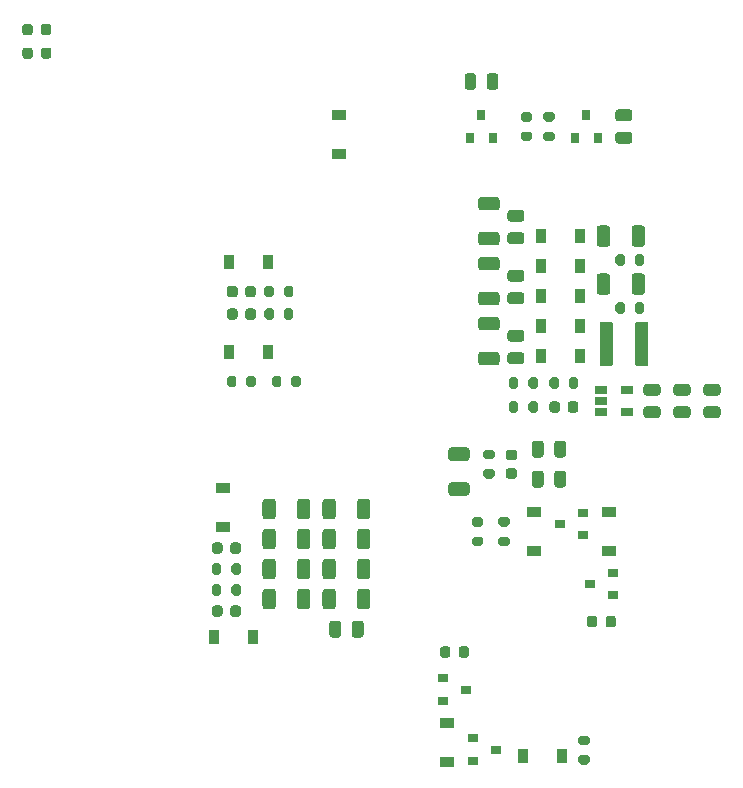
<source format=gtp>
%TF.GenerationSoftware,KiCad,Pcbnew,(5.1.7)-1*%
%TF.CreationDate,2022-07-20T01:18:39+08:00*%
%TF.ProjectId,phantom_v1,7068616e-746f-46d5-9f76-312e6b696361,rev?*%
%TF.SameCoordinates,Original*%
%TF.FileFunction,Paste,Top*%
%TF.FilePolarity,Positive*%
%FSLAX46Y46*%
G04 Gerber Fmt 4.6, Leading zero omitted, Abs format (unit mm)*
G04 Created by KiCad (PCBNEW (5.1.7)-1) date 2022-07-20 01:18:39*
%MOMM*%
%LPD*%
G01*
G04 APERTURE LIST*
%ADD10R,0.900000X1.200000*%
%ADD11R,0.900000X0.800000*%
%ADD12R,1.200000X0.900000*%
%ADD13R,0.800000X0.900000*%
%ADD14R,1.060000X0.650000*%
G04 APERTURE END LIST*
%TO.C,R6*%
G36*
G01*
X43775000Y23920000D02*
X43225000Y23920000D01*
G75*
G02*
X43025000Y24120000I0J200000D01*
G01*
X43025000Y24520000D01*
G75*
G02*
X43225000Y24720000I200000J0D01*
G01*
X43775000Y24720000D01*
G75*
G02*
X43975000Y24520000I0J-200000D01*
G01*
X43975000Y24120000D01*
G75*
G02*
X43775000Y23920000I-200000J0D01*
G01*
G37*
G36*
G01*
X43775000Y22270000D02*
X43225000Y22270000D01*
G75*
G02*
X43025000Y22470000I0J200000D01*
G01*
X43025000Y22870000D01*
G75*
G02*
X43225000Y23070000I200000J0D01*
G01*
X43775000Y23070000D01*
G75*
G02*
X43975000Y22870000I0J-200000D01*
G01*
X43975000Y22470000D01*
G75*
G02*
X43775000Y22270000I-200000J0D01*
G01*
G37*
%TD*%
%TO.C,FB3*%
G36*
G01*
X41895000Y13038750D02*
X41895000Y13551250D01*
G75*
G02*
X42113750Y13770000I218750J0D01*
G01*
X42551250Y13770000D01*
G75*
G02*
X42770000Y13551250I0J-218750D01*
G01*
X42770000Y13038750D01*
G75*
G02*
X42551250Y12820000I-218750J0D01*
G01*
X42113750Y12820000D01*
G75*
G02*
X41895000Y13038750I0J218750D01*
G01*
G37*
G36*
G01*
X40320000Y13038750D02*
X40320000Y13551250D01*
G75*
G02*
X40538750Y13770000I218750J0D01*
G01*
X40976250Y13770000D01*
G75*
G02*
X41195000Y13551250I0J-218750D01*
G01*
X41195000Y13038750D01*
G75*
G02*
X40976250Y12820000I-218750J0D01*
G01*
X40538750Y12820000D01*
G75*
G02*
X40320000Y13038750I0J218750D01*
G01*
G37*
%TD*%
%TO.C,FB2*%
G36*
G01*
X53625000Y16131250D02*
X53625000Y15618750D01*
G75*
G02*
X53406250Y15400000I-218750J0D01*
G01*
X52968750Y15400000D01*
G75*
G02*
X52750000Y15618750I0J218750D01*
G01*
X52750000Y16131250D01*
G75*
G02*
X52968750Y16350000I218750J0D01*
G01*
X53406250Y16350000D01*
G75*
G02*
X53625000Y16131250I0J-218750D01*
G01*
G37*
G36*
G01*
X55200000Y16131250D02*
X55200000Y15618750D01*
G75*
G02*
X54981250Y15400000I-218750J0D01*
G01*
X54543750Y15400000D01*
G75*
G02*
X54325000Y15618750I0J218750D01*
G01*
X54325000Y16131250D01*
G75*
G02*
X54543750Y16350000I218750J0D01*
G01*
X54981250Y16350000D01*
G75*
G02*
X55200000Y16131250I0J-218750D01*
G01*
G37*
%TD*%
%TO.C,FB1*%
G36*
G01*
X46611250Y29560000D02*
X46098750Y29560000D01*
G75*
G02*
X45880000Y29778750I0J218750D01*
G01*
X45880000Y30216250D01*
G75*
G02*
X46098750Y30435000I218750J0D01*
G01*
X46611250Y30435000D01*
G75*
G02*
X46830000Y30216250I0J-218750D01*
G01*
X46830000Y29778750D01*
G75*
G02*
X46611250Y29560000I-218750J0D01*
G01*
G37*
G36*
G01*
X46611250Y27985000D02*
X46098750Y27985000D01*
G75*
G02*
X45880000Y28203750I0J218750D01*
G01*
X45880000Y28641250D01*
G75*
G02*
X46098750Y28860000I218750J0D01*
G01*
X46611250Y28860000D01*
G75*
G02*
X46830000Y28641250I0J-218750D01*
G01*
X46830000Y28203750D01*
G75*
G02*
X46611250Y27985000I-218750J0D01*
G01*
G37*
%TD*%
%TO.C,R7*%
G36*
G01*
X51225000Y35793000D02*
X51225000Y36343000D01*
G75*
G02*
X51425000Y36543000I200000J0D01*
G01*
X51825000Y36543000D01*
G75*
G02*
X52025000Y36343000I0J-200000D01*
G01*
X52025000Y35793000D01*
G75*
G02*
X51825000Y35593000I-200000J0D01*
G01*
X51425000Y35593000D01*
G75*
G02*
X51225000Y35793000I0J200000D01*
G01*
G37*
G36*
G01*
X49575000Y35793000D02*
X49575000Y36343000D01*
G75*
G02*
X49775000Y36543000I200000J0D01*
G01*
X50175000Y36543000D01*
G75*
G02*
X50375000Y36343000I0J-200000D01*
G01*
X50375000Y35793000D01*
G75*
G02*
X50175000Y35593000I-200000J0D01*
G01*
X49775000Y35593000D01*
G75*
G02*
X49575000Y35793000I0J200000D01*
G01*
G37*
%TD*%
%TO.C,R3*%
G36*
G01*
X56813000Y42143000D02*
X56813000Y42693000D01*
G75*
G02*
X57013000Y42893000I200000J0D01*
G01*
X57413000Y42893000D01*
G75*
G02*
X57613000Y42693000I0J-200000D01*
G01*
X57613000Y42143000D01*
G75*
G02*
X57413000Y41943000I-200000J0D01*
G01*
X57013000Y41943000D01*
G75*
G02*
X56813000Y42143000I0J200000D01*
G01*
G37*
G36*
G01*
X55163000Y42143000D02*
X55163000Y42693000D01*
G75*
G02*
X55363000Y42893000I200000J0D01*
G01*
X55763000Y42893000D01*
G75*
G02*
X55963000Y42693000I0J-200000D01*
G01*
X55963000Y42143000D01*
G75*
G02*
X55763000Y41943000I-200000J0D01*
G01*
X55363000Y41943000D01*
G75*
G02*
X55163000Y42143000I0J200000D01*
G01*
G37*
%TD*%
%TO.C,R2*%
G36*
G01*
X56813000Y46207000D02*
X56813000Y46757000D01*
G75*
G02*
X57013000Y46957000I200000J0D01*
G01*
X57413000Y46957000D01*
G75*
G02*
X57613000Y46757000I0J-200000D01*
G01*
X57613000Y46207000D01*
G75*
G02*
X57413000Y46007000I-200000J0D01*
G01*
X57013000Y46007000D01*
G75*
G02*
X56813000Y46207000I0J200000D01*
G01*
G37*
G36*
G01*
X55163000Y46207000D02*
X55163000Y46757000D01*
G75*
G02*
X55363000Y46957000I200000J0D01*
G01*
X55763000Y46957000D01*
G75*
G02*
X55963000Y46757000I0J-200000D01*
G01*
X55963000Y46207000D01*
G75*
G02*
X55763000Y46007000I-200000J0D01*
G01*
X55363000Y46007000D01*
G75*
G02*
X55163000Y46207000I0J200000D01*
G01*
G37*
%TD*%
D10*
%TO.C,D3*%
X48896000Y45974000D03*
X52196000Y45974000D03*
%TD*%
%TO.C,D2*%
X52196000Y48514000D03*
X48896000Y48514000D03*
%TD*%
%TO.C,C6*%
G36*
G01*
X54726000Y49164001D02*
X54726000Y47863999D01*
G75*
G02*
X54476001Y47614000I-249999J0D01*
G01*
X53825999Y47614000D01*
G75*
G02*
X53576000Y47863999I0J249999D01*
G01*
X53576000Y49164001D01*
G75*
G02*
X53825999Y49414000I249999J0D01*
G01*
X54476001Y49414000D01*
G75*
G02*
X54726000Y49164001I0J-249999D01*
G01*
G37*
G36*
G01*
X57676000Y49164001D02*
X57676000Y47863999D01*
G75*
G02*
X57426001Y47614000I-249999J0D01*
G01*
X56775999Y47614000D01*
G75*
G02*
X56526000Y47863999I0J249999D01*
G01*
X56526000Y49164001D01*
G75*
G02*
X56775999Y49414000I249999J0D01*
G01*
X57426001Y49414000D01*
G75*
G02*
X57676000Y49164001I0J-249999D01*
G01*
G37*
%TD*%
%TO.C,C4*%
G36*
G01*
X49980000Y30005000D02*
X49980000Y30955000D01*
G75*
G02*
X50230000Y31205000I250000J0D01*
G01*
X50730000Y31205000D01*
G75*
G02*
X50980000Y30955000I0J-250000D01*
G01*
X50980000Y30005000D01*
G75*
G02*
X50730000Y29755000I-250000J0D01*
G01*
X50230000Y29755000D01*
G75*
G02*
X49980000Y30005000I0J250000D01*
G01*
G37*
G36*
G01*
X48080000Y30005000D02*
X48080000Y30955000D01*
G75*
G02*
X48330000Y31205000I250000J0D01*
G01*
X48830000Y31205000D01*
G75*
G02*
X49080000Y30955000I0J-250000D01*
G01*
X49080000Y30005000D01*
G75*
G02*
X48830000Y29755000I-250000J0D01*
G01*
X48330000Y29755000D01*
G75*
G02*
X48080000Y30005000I0J250000D01*
G01*
G37*
%TD*%
%TO.C,C2*%
G36*
G01*
X45100001Y50684000D02*
X43799999Y50684000D01*
G75*
G02*
X43550000Y50933999I0J249999D01*
G01*
X43550000Y51584001D01*
G75*
G02*
X43799999Y51834000I249999J0D01*
G01*
X45100001Y51834000D01*
G75*
G02*
X45350000Y51584001I0J-249999D01*
G01*
X45350000Y50933999D01*
G75*
G02*
X45100001Y50684000I-249999J0D01*
G01*
G37*
G36*
G01*
X45100001Y47734000D02*
X43799999Y47734000D01*
G75*
G02*
X43550000Y47983999I0J249999D01*
G01*
X43550000Y48634001D01*
G75*
G02*
X43799999Y48884000I249999J0D01*
G01*
X45100001Y48884000D01*
G75*
G02*
X45350000Y48634001I0J-249999D01*
G01*
X45350000Y47983999D01*
G75*
G02*
X45100001Y47734000I-249999J0D01*
G01*
G37*
%TD*%
%TO.C,C1*%
G36*
G01*
X47211000Y49726000D02*
X46261000Y49726000D01*
G75*
G02*
X46011000Y49976000I0J250000D01*
G01*
X46011000Y50476000D01*
G75*
G02*
X46261000Y50726000I250000J0D01*
G01*
X47211000Y50726000D01*
G75*
G02*
X47461000Y50476000I0J-250000D01*
G01*
X47461000Y49976000D01*
G75*
G02*
X47211000Y49726000I-250000J0D01*
G01*
G37*
G36*
G01*
X47211000Y47826000D02*
X46261000Y47826000D01*
G75*
G02*
X46011000Y48076000I0J250000D01*
G01*
X46011000Y48576000D01*
G75*
G02*
X46261000Y48826000I250000J0D01*
G01*
X47211000Y48826000D01*
G75*
G02*
X47461000Y48576000I0J-250000D01*
G01*
X47461000Y48076000D01*
G75*
G02*
X47211000Y47826000I-250000J0D01*
G01*
G37*
%TD*%
%TO.C,L1*%
G36*
G01*
X54930000Y41147400D02*
X54930000Y37592600D01*
G75*
G02*
X54857400Y37520000I-72600J0D01*
G01*
X53902600Y37520000D01*
G75*
G02*
X53830000Y37592600I0J72600D01*
G01*
X53830000Y41147400D01*
G75*
G02*
X53902600Y41220000I72600J0D01*
G01*
X54857400Y41220000D01*
G75*
G02*
X54930000Y41147400I0J-72600D01*
G01*
G37*
G36*
G01*
X57930000Y41147400D02*
X57930000Y37592600D01*
G75*
G02*
X57857400Y37520000I-72600J0D01*
G01*
X56902600Y37520000D01*
G75*
G02*
X56830000Y37592600I0J72600D01*
G01*
X56830000Y41147400D01*
G75*
G02*
X56902600Y41220000I72600J0D01*
G01*
X57857400Y41220000D01*
G75*
G02*
X57930000Y41147400I0J-72600D01*
G01*
G37*
%TD*%
%TO.C,R4*%
G36*
G01*
X47796000Y33761000D02*
X47796000Y34311000D01*
G75*
G02*
X47996000Y34511000I200000J0D01*
G01*
X48396000Y34511000D01*
G75*
G02*
X48596000Y34311000I0J-200000D01*
G01*
X48596000Y33761000D01*
G75*
G02*
X48396000Y33561000I-200000J0D01*
G01*
X47996000Y33561000D01*
G75*
G02*
X47796000Y33761000I0J200000D01*
G01*
G37*
G36*
G01*
X46146000Y33761000D02*
X46146000Y34311000D01*
G75*
G02*
X46346000Y34511000I200000J0D01*
G01*
X46746000Y34511000D01*
G75*
G02*
X46946000Y34311000I0J-200000D01*
G01*
X46946000Y33761000D01*
G75*
G02*
X46746000Y33561000I-200000J0D01*
G01*
X46346000Y33561000D01*
G75*
G02*
X46146000Y33761000I0J200000D01*
G01*
G37*
%TD*%
D11*
%TO.C,Q5*%
X45085000Y5040000D03*
X43085000Y4090000D03*
X43085000Y5990000D03*
%TD*%
%TO.C,R9*%
G36*
G01*
X45445000Y23070000D02*
X45995000Y23070000D01*
G75*
G02*
X46195000Y22870000I0J-200000D01*
G01*
X46195000Y22470000D01*
G75*
G02*
X45995000Y22270000I-200000J0D01*
G01*
X45445000Y22270000D01*
G75*
G02*
X45245000Y22470000I0J200000D01*
G01*
X45245000Y22870000D01*
G75*
G02*
X45445000Y23070000I200000J0D01*
G01*
G37*
G36*
G01*
X45445000Y24720000D02*
X45995000Y24720000D01*
G75*
G02*
X46195000Y24520000I0J-200000D01*
G01*
X46195000Y24120000D01*
G75*
G02*
X45995000Y23920000I-200000J0D01*
G01*
X45445000Y23920000D01*
G75*
G02*
X45245000Y24120000I0J200000D01*
G01*
X45245000Y24520000D01*
G75*
G02*
X45445000Y24720000I200000J0D01*
G01*
G37*
%TD*%
%TO.C,C31*%
G36*
G01*
X22550000Y21848000D02*
X22550000Y22348000D01*
G75*
G02*
X22775000Y22573000I225000J0D01*
G01*
X23225000Y22573000D01*
G75*
G02*
X23450000Y22348000I0J-225000D01*
G01*
X23450000Y21848000D01*
G75*
G02*
X23225000Y21623000I-225000J0D01*
G01*
X22775000Y21623000D01*
G75*
G02*
X22550000Y21848000I0J225000D01*
G01*
G37*
G36*
G01*
X21000000Y21848000D02*
X21000000Y22348000D01*
G75*
G02*
X21225000Y22573000I225000J0D01*
G01*
X21675000Y22573000D01*
G75*
G02*
X21900000Y22348000I0J-225000D01*
G01*
X21900000Y21848000D01*
G75*
G02*
X21675000Y21623000I-225000J0D01*
G01*
X21225000Y21623000D01*
G75*
G02*
X21000000Y21848000I0J225000D01*
G01*
G37*
%TD*%
%TO.C,C30*%
G36*
G01*
X22550000Y16514000D02*
X22550000Y17014000D01*
G75*
G02*
X22775000Y17239000I225000J0D01*
G01*
X23225000Y17239000D01*
G75*
G02*
X23450000Y17014000I0J-225000D01*
G01*
X23450000Y16514000D01*
G75*
G02*
X23225000Y16289000I-225000J0D01*
G01*
X22775000Y16289000D01*
G75*
G02*
X22550000Y16514000I0J225000D01*
G01*
G37*
G36*
G01*
X21000000Y16514000D02*
X21000000Y17014000D01*
G75*
G02*
X21225000Y17239000I225000J0D01*
G01*
X21675000Y17239000D01*
G75*
G02*
X21900000Y17014000I0J-225000D01*
G01*
X21900000Y16514000D01*
G75*
G02*
X21675000Y16289000I-225000J0D01*
G01*
X21225000Y16289000D01*
G75*
G02*
X21000000Y16514000I0J225000D01*
G01*
G37*
%TD*%
%TO.C,C29*%
G36*
G01*
X23170000Y42160000D02*
X23170000Y41660000D01*
G75*
G02*
X22945000Y41435000I-225000J0D01*
G01*
X22495000Y41435000D01*
G75*
G02*
X22270000Y41660000I0J225000D01*
G01*
X22270000Y42160000D01*
G75*
G02*
X22495000Y42385000I225000J0D01*
G01*
X22945000Y42385000D01*
G75*
G02*
X23170000Y42160000I0J-225000D01*
G01*
G37*
G36*
G01*
X24720000Y42160000D02*
X24720000Y41660000D01*
G75*
G02*
X24495000Y41435000I-225000J0D01*
G01*
X24045000Y41435000D01*
G75*
G02*
X23820000Y41660000I0J225000D01*
G01*
X23820000Y42160000D01*
G75*
G02*
X24045000Y42385000I225000J0D01*
G01*
X24495000Y42385000D01*
G75*
G02*
X24720000Y42160000I0J-225000D01*
G01*
G37*
%TD*%
%TO.C,C28*%
G36*
G01*
X23170000Y44065000D02*
X23170000Y43565000D01*
G75*
G02*
X22945000Y43340000I-225000J0D01*
G01*
X22495000Y43340000D01*
G75*
G02*
X22270000Y43565000I0J225000D01*
G01*
X22270000Y44065000D01*
G75*
G02*
X22495000Y44290000I225000J0D01*
G01*
X22945000Y44290000D01*
G75*
G02*
X23170000Y44065000I0J-225000D01*
G01*
G37*
G36*
G01*
X24720000Y44065000D02*
X24720000Y43565000D01*
G75*
G02*
X24495000Y43340000I-225000J0D01*
G01*
X24045000Y43340000D01*
G75*
G02*
X23820000Y43565000I0J225000D01*
G01*
X23820000Y44065000D01*
G75*
G02*
X24045000Y44290000I225000J0D01*
G01*
X24495000Y44290000D01*
G75*
G02*
X24720000Y44065000I0J-225000D01*
G01*
G37*
%TD*%
%TO.C,R25*%
G36*
G01*
X23070000Y36470000D02*
X23070000Y35920000D01*
G75*
G02*
X22870000Y35720000I-200000J0D01*
G01*
X22470000Y35720000D01*
G75*
G02*
X22270000Y35920000I0J200000D01*
G01*
X22270000Y36470000D01*
G75*
G02*
X22470000Y36670000I200000J0D01*
G01*
X22870000Y36670000D01*
G75*
G02*
X23070000Y36470000I0J-200000D01*
G01*
G37*
G36*
G01*
X24720000Y36470000D02*
X24720000Y35920000D01*
G75*
G02*
X24520000Y35720000I-200000J0D01*
G01*
X24120000Y35720000D01*
G75*
G02*
X23920000Y35920000I0J200000D01*
G01*
X23920000Y36470000D01*
G75*
G02*
X24120000Y36670000I200000J0D01*
G01*
X24520000Y36670000D01*
G75*
G02*
X24720000Y36470000I0J-200000D01*
G01*
G37*
%TD*%
%TO.C,R24*%
G36*
G01*
X26880000Y36470000D02*
X26880000Y35920000D01*
G75*
G02*
X26680000Y35720000I-200000J0D01*
G01*
X26280000Y35720000D01*
G75*
G02*
X26080000Y35920000I0J200000D01*
G01*
X26080000Y36470000D01*
G75*
G02*
X26280000Y36670000I200000J0D01*
G01*
X26680000Y36670000D01*
G75*
G02*
X26880000Y36470000I0J-200000D01*
G01*
G37*
G36*
G01*
X28530000Y36470000D02*
X28530000Y35920000D01*
G75*
G02*
X28330000Y35720000I-200000J0D01*
G01*
X27930000Y35720000D01*
G75*
G02*
X27730000Y35920000I0J200000D01*
G01*
X27730000Y36470000D01*
G75*
G02*
X27930000Y36670000I200000J0D01*
G01*
X28330000Y36670000D01*
G75*
G02*
X28530000Y36470000I0J-200000D01*
G01*
G37*
%TD*%
%TO.C,R20*%
G36*
G01*
X26245000Y42185000D02*
X26245000Y41635000D01*
G75*
G02*
X26045000Y41435000I-200000J0D01*
G01*
X25645000Y41435000D01*
G75*
G02*
X25445000Y41635000I0J200000D01*
G01*
X25445000Y42185000D01*
G75*
G02*
X25645000Y42385000I200000J0D01*
G01*
X26045000Y42385000D01*
G75*
G02*
X26245000Y42185000I0J-200000D01*
G01*
G37*
G36*
G01*
X27895000Y42185000D02*
X27895000Y41635000D01*
G75*
G02*
X27695000Y41435000I-200000J0D01*
G01*
X27295000Y41435000D01*
G75*
G02*
X27095000Y41635000I0J200000D01*
G01*
X27095000Y42185000D01*
G75*
G02*
X27295000Y42385000I200000J0D01*
G01*
X27695000Y42385000D01*
G75*
G02*
X27895000Y42185000I0J-200000D01*
G01*
G37*
%TD*%
%TO.C,R22*%
G36*
G01*
X26245000Y44090000D02*
X26245000Y43540000D01*
G75*
G02*
X26045000Y43340000I-200000J0D01*
G01*
X25645000Y43340000D01*
G75*
G02*
X25445000Y43540000I0J200000D01*
G01*
X25445000Y44090000D01*
G75*
G02*
X25645000Y44290000I200000J0D01*
G01*
X26045000Y44290000D01*
G75*
G02*
X26245000Y44090000I0J-200000D01*
G01*
G37*
G36*
G01*
X27895000Y44090000D02*
X27895000Y43540000D01*
G75*
G02*
X27695000Y43340000I-200000J0D01*
G01*
X27295000Y43340000D01*
G75*
G02*
X27095000Y43540000I0J200000D01*
G01*
X27095000Y44090000D01*
G75*
G02*
X27295000Y44290000I200000J0D01*
G01*
X27695000Y44290000D01*
G75*
G02*
X27895000Y44090000I0J-200000D01*
G01*
G37*
%TD*%
%TO.C,R21*%
G36*
G01*
X22650000Y20045000D02*
X22650000Y20595000D01*
G75*
G02*
X22850000Y20795000I200000J0D01*
G01*
X23250000Y20795000D01*
G75*
G02*
X23450000Y20595000I0J-200000D01*
G01*
X23450000Y20045000D01*
G75*
G02*
X23250000Y19845000I-200000J0D01*
G01*
X22850000Y19845000D01*
G75*
G02*
X22650000Y20045000I0J200000D01*
G01*
G37*
G36*
G01*
X21000000Y20045000D02*
X21000000Y20595000D01*
G75*
G02*
X21200000Y20795000I200000J0D01*
G01*
X21600000Y20795000D01*
G75*
G02*
X21800000Y20595000I0J-200000D01*
G01*
X21800000Y20045000D01*
G75*
G02*
X21600000Y19845000I-200000J0D01*
G01*
X21200000Y19845000D01*
G75*
G02*
X21000000Y20045000I0J200000D01*
G01*
G37*
%TD*%
%TO.C,R23*%
G36*
G01*
X22650000Y18267000D02*
X22650000Y18817000D01*
G75*
G02*
X22850000Y19017000I200000J0D01*
G01*
X23250000Y19017000D01*
G75*
G02*
X23450000Y18817000I0J-200000D01*
G01*
X23450000Y18267000D01*
G75*
G02*
X23250000Y18067000I-200000J0D01*
G01*
X22850000Y18067000D01*
G75*
G02*
X22650000Y18267000I0J200000D01*
G01*
G37*
G36*
G01*
X21000000Y18267000D02*
X21000000Y18817000D01*
G75*
G02*
X21200000Y19017000I200000J0D01*
G01*
X21600000Y19017000D01*
G75*
G02*
X21800000Y18817000I0J-200000D01*
G01*
X21800000Y18267000D01*
G75*
G02*
X21600000Y18067000I-200000J0D01*
G01*
X21200000Y18067000D01*
G75*
G02*
X21000000Y18267000I0J200000D01*
G01*
G37*
%TD*%
%TO.C,R18*%
G36*
G01*
X28205000Y24774997D02*
X28205000Y26025003D01*
G75*
G02*
X28454997Y26275000I249997J0D01*
G01*
X29080003Y26275000D01*
G75*
G02*
X29330000Y26025003I0J-249997D01*
G01*
X29330000Y24774997D01*
G75*
G02*
X29080003Y24525000I-249997J0D01*
G01*
X28454997Y24525000D01*
G75*
G02*
X28205000Y24774997I0J249997D01*
G01*
G37*
G36*
G01*
X25280000Y24774997D02*
X25280000Y26025003D01*
G75*
G02*
X25529997Y26275000I249997J0D01*
G01*
X26155003Y26275000D01*
G75*
G02*
X26405000Y26025003I0J-249997D01*
G01*
X26405000Y24774997D01*
G75*
G02*
X26155003Y24525000I-249997J0D01*
G01*
X25529997Y24525000D01*
G75*
G02*
X25280000Y24774997I0J249997D01*
G01*
G37*
%TD*%
%TO.C,R14*%
G36*
G01*
X33285000Y24774997D02*
X33285000Y26025003D01*
G75*
G02*
X33534997Y26275000I249997J0D01*
G01*
X34160003Y26275000D01*
G75*
G02*
X34410000Y26025003I0J-249997D01*
G01*
X34410000Y24774997D01*
G75*
G02*
X34160003Y24525000I-249997J0D01*
G01*
X33534997Y24525000D01*
G75*
G02*
X33285000Y24774997I0J249997D01*
G01*
G37*
G36*
G01*
X30360000Y24774997D02*
X30360000Y26025003D01*
G75*
G02*
X30609997Y26275000I249997J0D01*
G01*
X31235003Y26275000D01*
G75*
G02*
X31485000Y26025003I0J-249997D01*
G01*
X31485000Y24774997D01*
G75*
G02*
X31235003Y24525000I-249997J0D01*
G01*
X30609997Y24525000D01*
G75*
G02*
X30360000Y24774997I0J249997D01*
G01*
G37*
%TD*%
%TO.C,R17*%
G36*
G01*
X28205000Y22234997D02*
X28205000Y23485003D01*
G75*
G02*
X28454997Y23735000I249997J0D01*
G01*
X29080003Y23735000D01*
G75*
G02*
X29330000Y23485003I0J-249997D01*
G01*
X29330000Y22234997D01*
G75*
G02*
X29080003Y21985000I-249997J0D01*
G01*
X28454997Y21985000D01*
G75*
G02*
X28205000Y22234997I0J249997D01*
G01*
G37*
G36*
G01*
X25280000Y22234997D02*
X25280000Y23485003D01*
G75*
G02*
X25529997Y23735000I249997J0D01*
G01*
X26155003Y23735000D01*
G75*
G02*
X26405000Y23485003I0J-249997D01*
G01*
X26405000Y22234997D01*
G75*
G02*
X26155003Y21985000I-249997J0D01*
G01*
X25529997Y21985000D01*
G75*
G02*
X25280000Y22234997I0J249997D01*
G01*
G37*
%TD*%
%TO.C,R13*%
G36*
G01*
X33285000Y22234997D02*
X33285000Y23485003D01*
G75*
G02*
X33534997Y23735000I249997J0D01*
G01*
X34160003Y23735000D01*
G75*
G02*
X34410000Y23485003I0J-249997D01*
G01*
X34410000Y22234997D01*
G75*
G02*
X34160003Y21985000I-249997J0D01*
G01*
X33534997Y21985000D01*
G75*
G02*
X33285000Y22234997I0J249997D01*
G01*
G37*
G36*
G01*
X30360000Y22234997D02*
X30360000Y23485003D01*
G75*
G02*
X30609997Y23735000I249997J0D01*
G01*
X31235003Y23735000D01*
G75*
G02*
X31485000Y23485003I0J-249997D01*
G01*
X31485000Y22234997D01*
G75*
G02*
X31235003Y21985000I-249997J0D01*
G01*
X30609997Y21985000D01*
G75*
G02*
X30360000Y22234997I0J249997D01*
G01*
G37*
%TD*%
%TO.C,R16*%
G36*
G01*
X28205000Y19694997D02*
X28205000Y20945003D01*
G75*
G02*
X28454997Y21195000I249997J0D01*
G01*
X29080003Y21195000D01*
G75*
G02*
X29330000Y20945003I0J-249997D01*
G01*
X29330000Y19694997D01*
G75*
G02*
X29080003Y19445000I-249997J0D01*
G01*
X28454997Y19445000D01*
G75*
G02*
X28205000Y19694997I0J249997D01*
G01*
G37*
G36*
G01*
X25280000Y19694997D02*
X25280000Y20945003D01*
G75*
G02*
X25529997Y21195000I249997J0D01*
G01*
X26155003Y21195000D01*
G75*
G02*
X26405000Y20945003I0J-249997D01*
G01*
X26405000Y19694997D01*
G75*
G02*
X26155003Y19445000I-249997J0D01*
G01*
X25529997Y19445000D01*
G75*
G02*
X25280000Y19694997I0J249997D01*
G01*
G37*
%TD*%
%TO.C,R12*%
G36*
G01*
X33285000Y19694997D02*
X33285000Y20945003D01*
G75*
G02*
X33534997Y21195000I249997J0D01*
G01*
X34160003Y21195000D01*
G75*
G02*
X34410000Y20945003I0J-249997D01*
G01*
X34410000Y19694997D01*
G75*
G02*
X34160003Y19445000I-249997J0D01*
G01*
X33534997Y19445000D01*
G75*
G02*
X33285000Y19694997I0J249997D01*
G01*
G37*
G36*
G01*
X30360000Y19694997D02*
X30360000Y20945003D01*
G75*
G02*
X30609997Y21195000I249997J0D01*
G01*
X31235003Y21195000D01*
G75*
G02*
X31485000Y20945003I0J-249997D01*
G01*
X31485000Y19694997D01*
G75*
G02*
X31235003Y19445000I-249997J0D01*
G01*
X30609997Y19445000D01*
G75*
G02*
X30360000Y19694997I0J249997D01*
G01*
G37*
%TD*%
%TO.C,R15*%
G36*
G01*
X28205000Y17154997D02*
X28205000Y18405003D01*
G75*
G02*
X28454997Y18655000I249997J0D01*
G01*
X29080003Y18655000D01*
G75*
G02*
X29330000Y18405003I0J-249997D01*
G01*
X29330000Y17154997D01*
G75*
G02*
X29080003Y16905000I-249997J0D01*
G01*
X28454997Y16905000D01*
G75*
G02*
X28205000Y17154997I0J249997D01*
G01*
G37*
G36*
G01*
X25280000Y17154997D02*
X25280000Y18405003D01*
G75*
G02*
X25529997Y18655000I249997J0D01*
G01*
X26155003Y18655000D01*
G75*
G02*
X26405000Y18405003I0J-249997D01*
G01*
X26405000Y17154997D01*
G75*
G02*
X26155003Y16905000I-249997J0D01*
G01*
X25529997Y16905000D01*
G75*
G02*
X25280000Y17154997I0J249997D01*
G01*
G37*
%TD*%
%TO.C,R11*%
G36*
G01*
X33285000Y17154997D02*
X33285000Y18405003D01*
G75*
G02*
X33534997Y18655000I249997J0D01*
G01*
X34160003Y18655000D01*
G75*
G02*
X34410000Y18405003I0J-249997D01*
G01*
X34410000Y17154997D01*
G75*
G02*
X34160003Y16905000I-249997J0D01*
G01*
X33534997Y16905000D01*
G75*
G02*
X33285000Y17154997I0J249997D01*
G01*
G37*
G36*
G01*
X30360000Y17154997D02*
X30360000Y18405003D01*
G75*
G02*
X30609997Y18655000I249997J0D01*
G01*
X31235003Y18655000D01*
G75*
G02*
X31485000Y18405003I0J-249997D01*
G01*
X31485000Y17154997D01*
G75*
G02*
X31235003Y16905000I-249997J0D01*
G01*
X30609997Y16905000D01*
G75*
G02*
X30360000Y17154997I0J249997D01*
G01*
G37*
%TD*%
%TO.C,R10*%
G36*
G01*
X52775000Y5425000D02*
X52225000Y5425000D01*
G75*
G02*
X52025000Y5625000I0J200000D01*
G01*
X52025000Y6025000D01*
G75*
G02*
X52225000Y6225000I200000J0D01*
G01*
X52775000Y6225000D01*
G75*
G02*
X52975000Y6025000I0J-200000D01*
G01*
X52975000Y5625000D01*
G75*
G02*
X52775000Y5425000I-200000J0D01*
G01*
G37*
G36*
G01*
X52775000Y3775000D02*
X52225000Y3775000D01*
G75*
G02*
X52025000Y3975000I0J200000D01*
G01*
X52025000Y4375000D01*
G75*
G02*
X52225000Y4575000I200000J0D01*
G01*
X52775000Y4575000D01*
G75*
G02*
X52975000Y4375000I0J-200000D01*
G01*
X52975000Y3975000D01*
G75*
G02*
X52775000Y3775000I-200000J0D01*
G01*
G37*
%TD*%
%TO.C,R1*%
G36*
G01*
X44725000Y29635000D02*
X44175000Y29635000D01*
G75*
G02*
X43975000Y29835000I0J200000D01*
G01*
X43975000Y30235000D01*
G75*
G02*
X44175000Y30435000I200000J0D01*
G01*
X44725000Y30435000D01*
G75*
G02*
X44925000Y30235000I0J-200000D01*
G01*
X44925000Y29835000D01*
G75*
G02*
X44725000Y29635000I-200000J0D01*
G01*
G37*
G36*
G01*
X44725000Y27985000D02*
X44175000Y27985000D01*
G75*
G02*
X43975000Y28185000I0J200000D01*
G01*
X43975000Y28585000D01*
G75*
G02*
X44175000Y28785000I200000J0D01*
G01*
X44725000Y28785000D01*
G75*
G02*
X44925000Y28585000I0J-200000D01*
G01*
X44925000Y28185000D01*
G75*
G02*
X44725000Y27985000I-200000J0D01*
G01*
G37*
%TD*%
%TO.C,R5*%
G36*
G01*
X47796000Y35793000D02*
X47796000Y36343000D01*
G75*
G02*
X47996000Y36543000I200000J0D01*
G01*
X48396000Y36543000D01*
G75*
G02*
X48596000Y36343000I0J-200000D01*
G01*
X48596000Y35793000D01*
G75*
G02*
X48396000Y35593000I-200000J0D01*
G01*
X47996000Y35593000D01*
G75*
G02*
X47796000Y35793000I0J200000D01*
G01*
G37*
G36*
G01*
X46146000Y35793000D02*
X46146000Y36343000D01*
G75*
G02*
X46346000Y36543000I200000J0D01*
G01*
X46746000Y36543000D01*
G75*
G02*
X46946000Y36343000I0J-200000D01*
G01*
X46946000Y35793000D01*
G75*
G02*
X46746000Y35593000I-200000J0D01*
G01*
X46346000Y35593000D01*
G75*
G02*
X46146000Y35793000I0J200000D01*
G01*
G37*
%TD*%
%TO.C,C20*%
G36*
G01*
X51125000Y33786000D02*
X51125000Y34286000D01*
G75*
G02*
X51350000Y34511000I225000J0D01*
G01*
X51800000Y34511000D01*
G75*
G02*
X52025000Y34286000I0J-225000D01*
G01*
X52025000Y33786000D01*
G75*
G02*
X51800000Y33561000I-225000J0D01*
G01*
X51350000Y33561000D01*
G75*
G02*
X51125000Y33786000I0J225000D01*
G01*
G37*
G36*
G01*
X49575000Y33786000D02*
X49575000Y34286000D01*
G75*
G02*
X49800000Y34511000I225000J0D01*
G01*
X50250000Y34511000D01*
G75*
G02*
X50475000Y34286000I0J-225000D01*
G01*
X50475000Y33786000D01*
G75*
G02*
X50250000Y33561000I-225000J0D01*
G01*
X49800000Y33561000D01*
G75*
G02*
X49575000Y33786000I0J225000D01*
G01*
G37*
%TD*%
%TO.C,C21*%
G36*
G01*
X31935000Y15715000D02*
X31935000Y14765000D01*
G75*
G02*
X31685000Y14515000I-250000J0D01*
G01*
X31185000Y14515000D01*
G75*
G02*
X30935000Y14765000I0J250000D01*
G01*
X30935000Y15715000D01*
G75*
G02*
X31185000Y15965000I250000J0D01*
G01*
X31685000Y15965000D01*
G75*
G02*
X31935000Y15715000I0J-250000D01*
G01*
G37*
G36*
G01*
X33835000Y15715000D02*
X33835000Y14765000D01*
G75*
G02*
X33585000Y14515000I-250000J0D01*
G01*
X33085000Y14515000D01*
G75*
G02*
X32835000Y14765000I0J250000D01*
G01*
X32835000Y15715000D01*
G75*
G02*
X33085000Y15965000I250000J0D01*
G01*
X33585000Y15965000D01*
G75*
G02*
X33835000Y15715000I0J-250000D01*
G01*
G37*
%TD*%
D12*
%TO.C,D10*%
X40910000Y4025000D03*
X40910000Y7325000D03*
%TD*%
D11*
%TO.C,Q3*%
X42545000Y10120000D03*
X40545000Y9170000D03*
X40545000Y11070000D03*
%TD*%
%TO.C,Q4*%
X50435000Y24130000D03*
X52435000Y25080000D03*
X52435000Y23180000D03*
%TD*%
%TO.C,Q2*%
X52975000Y19050000D03*
X54975000Y20000000D03*
X54975000Y18100000D03*
%TD*%
D10*
%TO.C,D8*%
X47350000Y4500000D03*
X50650000Y4500000D03*
%TD*%
D12*
%TO.C,D9*%
X54610000Y25145000D03*
X54610000Y21845000D03*
%TD*%
%TO.C,D7*%
X48260000Y21845000D03*
X48260000Y25145000D03*
%TD*%
%TO.C,R26*%
G36*
G01*
X49255000Y57360000D02*
X49805000Y57360000D01*
G75*
G02*
X50005000Y57160000I0J-200000D01*
G01*
X50005000Y56760000D01*
G75*
G02*
X49805000Y56560000I-200000J0D01*
G01*
X49255000Y56560000D01*
G75*
G02*
X49055000Y56760000I0J200000D01*
G01*
X49055000Y57160000D01*
G75*
G02*
X49255000Y57360000I200000J0D01*
G01*
G37*
G36*
G01*
X49255000Y59010000D02*
X49805000Y59010000D01*
G75*
G02*
X50005000Y58810000I0J-200000D01*
G01*
X50005000Y58410000D01*
G75*
G02*
X49805000Y58210000I-200000J0D01*
G01*
X49255000Y58210000D01*
G75*
G02*
X49055000Y58410000I0J200000D01*
G01*
X49055000Y58810000D01*
G75*
G02*
X49255000Y59010000I200000J0D01*
G01*
G37*
%TD*%
%TO.C,R19*%
G36*
G01*
X47900000Y58210000D02*
X47350000Y58210000D01*
G75*
G02*
X47150000Y58410000I0J200000D01*
G01*
X47150000Y58810000D01*
G75*
G02*
X47350000Y59010000I200000J0D01*
G01*
X47900000Y59010000D01*
G75*
G02*
X48100000Y58810000I0J-200000D01*
G01*
X48100000Y58410000D01*
G75*
G02*
X47900000Y58210000I-200000J0D01*
G01*
G37*
G36*
G01*
X47900000Y56560000D02*
X47350000Y56560000D01*
G75*
G02*
X47150000Y56760000I0J200000D01*
G01*
X47150000Y57160000D01*
G75*
G02*
X47350000Y57360000I200000J0D01*
G01*
X47900000Y57360000D01*
G75*
G02*
X48100000Y57160000I0J-200000D01*
G01*
X48100000Y56760000D01*
G75*
G02*
X47900000Y56560000I-200000J0D01*
G01*
G37*
%TD*%
%TO.C,D1*%
X31750000Y58800000D03*
X31750000Y55500000D03*
%TD*%
%TO.C,F1*%
G36*
G01*
X43365000Y62051250D02*
X43365000Y61138750D01*
G75*
G02*
X43121250Y60895000I-243750J0D01*
G01*
X42633750Y60895000D01*
G75*
G02*
X42390000Y61138750I0J243750D01*
G01*
X42390000Y62051250D01*
G75*
G02*
X42633750Y62295000I243750J0D01*
G01*
X43121250Y62295000D01*
G75*
G02*
X43365000Y62051250I0J-243750D01*
G01*
G37*
G36*
G01*
X45240000Y62051250D02*
X45240000Y61138750D01*
G75*
G02*
X44996250Y60895000I-243750J0D01*
G01*
X44508750Y60895000D01*
G75*
G02*
X44265000Y61138750I0J243750D01*
G01*
X44265000Y62051250D01*
G75*
G02*
X44508750Y62295000I243750J0D01*
G01*
X44996250Y62295000D01*
G75*
G02*
X45240000Y62051250I0J-243750D01*
G01*
G37*
%TD*%
D13*
%TO.C,Q1*%
X43815000Y58785000D03*
X44765000Y56785000D03*
X42865000Y56785000D03*
%TD*%
D12*
%TO.C,D15*%
X21971000Y27177000D03*
X21971000Y23877000D03*
%TD*%
D10*
%TO.C,D14*%
X24510000Y14605000D03*
X21210000Y14605000D03*
%TD*%
%TO.C,D13*%
X25780000Y38735000D03*
X22480000Y38735000D03*
%TD*%
%TO.C,D12*%
X25780000Y46355000D03*
X22480000Y46355000D03*
%TD*%
%TO.C,C7*%
G36*
G01*
X41259999Y27675000D02*
X42560001Y27675000D01*
G75*
G02*
X42810000Y27425001I0J-249999D01*
G01*
X42810000Y26774999D01*
G75*
G02*
X42560001Y26525000I-249999J0D01*
G01*
X41259999Y26525000D01*
G75*
G02*
X41010000Y26774999I0J249999D01*
G01*
X41010000Y27425001D01*
G75*
G02*
X41259999Y27675000I249999J0D01*
G01*
G37*
G36*
G01*
X41259999Y30625000D02*
X42560001Y30625000D01*
G75*
G02*
X42810000Y30375001I0J-249999D01*
G01*
X42810000Y29724999D01*
G75*
G02*
X42560001Y29475000I-249999J0D01*
G01*
X41259999Y29475000D01*
G75*
G02*
X41010000Y29724999I0J249999D01*
G01*
X41010000Y30375001D01*
G75*
G02*
X41259999Y30625000I249999J0D01*
G01*
G37*
%TD*%
%TO.C,C5*%
G36*
G01*
X49980000Y27465000D02*
X49980000Y28415000D01*
G75*
G02*
X50230000Y28665000I250000J0D01*
G01*
X50730000Y28665000D01*
G75*
G02*
X50980000Y28415000I0J-250000D01*
G01*
X50980000Y27465000D01*
G75*
G02*
X50730000Y27215000I-250000J0D01*
G01*
X50230000Y27215000D01*
G75*
G02*
X49980000Y27465000I0J250000D01*
G01*
G37*
G36*
G01*
X48080000Y27465000D02*
X48080000Y28415000D01*
G75*
G02*
X48330000Y28665000I250000J0D01*
G01*
X48830000Y28665000D01*
G75*
G02*
X49080000Y28415000I0J-250000D01*
G01*
X49080000Y27465000D01*
G75*
G02*
X48830000Y27215000I-250000J0D01*
G01*
X48330000Y27215000D01*
G75*
G02*
X48080000Y27465000I0J250000D01*
G01*
G37*
%TD*%
%TO.C,C13*%
G36*
G01*
X45100001Y40524000D02*
X43799999Y40524000D01*
G75*
G02*
X43550000Y40773999I0J249999D01*
G01*
X43550000Y41424001D01*
G75*
G02*
X43799999Y41674000I249999J0D01*
G01*
X45100001Y41674000D01*
G75*
G02*
X45350000Y41424001I0J-249999D01*
G01*
X45350000Y40773999D01*
G75*
G02*
X45100001Y40524000I-249999J0D01*
G01*
G37*
G36*
G01*
X45100001Y37574000D02*
X43799999Y37574000D01*
G75*
G02*
X43550000Y37823999I0J249999D01*
G01*
X43550000Y38474001D01*
G75*
G02*
X43799999Y38724000I249999J0D01*
G01*
X45100001Y38724000D01*
G75*
G02*
X45350000Y38474001I0J-249999D01*
G01*
X45350000Y37823999D01*
G75*
G02*
X45100001Y37574000I-249999J0D01*
G01*
G37*
%TD*%
%TO.C,C11*%
G36*
G01*
X54726000Y45100001D02*
X54726000Y43799999D01*
G75*
G02*
X54476001Y43550000I-249999J0D01*
G01*
X53825999Y43550000D01*
G75*
G02*
X53576000Y43799999I0J249999D01*
G01*
X53576000Y45100001D01*
G75*
G02*
X53825999Y45350000I249999J0D01*
G01*
X54476001Y45350000D01*
G75*
G02*
X54726000Y45100001I0J-249999D01*
G01*
G37*
G36*
G01*
X57676000Y45100001D02*
X57676000Y43799999D01*
G75*
G02*
X57426001Y43550000I-249999J0D01*
G01*
X56775999Y43550000D01*
G75*
G02*
X56526000Y43799999I0J249999D01*
G01*
X56526000Y45100001D01*
G75*
G02*
X56775999Y45350000I249999J0D01*
G01*
X57426001Y45350000D01*
G75*
G02*
X57676000Y45100001I0J-249999D01*
G01*
G37*
%TD*%
%TO.C,C8*%
G36*
G01*
X47211000Y44646000D02*
X46261000Y44646000D01*
G75*
G02*
X46011000Y44896000I0J250000D01*
G01*
X46011000Y45396000D01*
G75*
G02*
X46261000Y45646000I250000J0D01*
G01*
X47211000Y45646000D01*
G75*
G02*
X47461000Y45396000I0J-250000D01*
G01*
X47461000Y44896000D01*
G75*
G02*
X47211000Y44646000I-250000J0D01*
G01*
G37*
G36*
G01*
X47211000Y42746000D02*
X46261000Y42746000D01*
G75*
G02*
X46011000Y42996000I0J250000D01*
G01*
X46011000Y43496000D01*
G75*
G02*
X46261000Y43746000I250000J0D01*
G01*
X47211000Y43746000D01*
G75*
G02*
X47461000Y43496000I0J-250000D01*
G01*
X47461000Y42996000D01*
G75*
G02*
X47211000Y42746000I-250000J0D01*
G01*
G37*
%TD*%
%TO.C,C9*%
G36*
G01*
X45100001Y45604000D02*
X43799999Y45604000D01*
G75*
G02*
X43550000Y45853999I0J249999D01*
G01*
X43550000Y46504001D01*
G75*
G02*
X43799999Y46754000I249999J0D01*
G01*
X45100001Y46754000D01*
G75*
G02*
X45350000Y46504001I0J-249999D01*
G01*
X45350000Y45853999D01*
G75*
G02*
X45100001Y45604000I-249999J0D01*
G01*
G37*
G36*
G01*
X45100001Y42654000D02*
X43799999Y42654000D01*
G75*
G02*
X43550000Y42903999I0J249999D01*
G01*
X43550000Y43554001D01*
G75*
G02*
X43799999Y43804000I249999J0D01*
G01*
X45100001Y43804000D01*
G75*
G02*
X45350000Y43554001I0J-249999D01*
G01*
X45350000Y42903999D01*
G75*
G02*
X45100001Y42654000I-249999J0D01*
G01*
G37*
%TD*%
%TO.C,D5*%
X48896000Y40894000D03*
X52196000Y40894000D03*
%TD*%
%TO.C,D4*%
X52196000Y43434000D03*
X48896000Y43434000D03*
%TD*%
%TO.C,C15*%
G36*
G01*
X62861000Y34108000D02*
X63811000Y34108000D01*
G75*
G02*
X64061000Y33858000I0J-250000D01*
G01*
X64061000Y33358000D01*
G75*
G02*
X63811000Y33108000I-250000J0D01*
G01*
X62861000Y33108000D01*
G75*
G02*
X62611000Y33358000I0J250000D01*
G01*
X62611000Y33858000D01*
G75*
G02*
X62861000Y34108000I250000J0D01*
G01*
G37*
G36*
G01*
X62861000Y36008000D02*
X63811000Y36008000D01*
G75*
G02*
X64061000Y35758000I0J-250000D01*
G01*
X64061000Y35258000D01*
G75*
G02*
X63811000Y35008000I-250000J0D01*
G01*
X62861000Y35008000D01*
G75*
G02*
X62611000Y35258000I0J250000D01*
G01*
X62611000Y35758000D01*
G75*
G02*
X62861000Y36008000I250000J0D01*
G01*
G37*
%TD*%
%TO.C,C12*%
G36*
G01*
X47211000Y39566000D02*
X46261000Y39566000D01*
G75*
G02*
X46011000Y39816000I0J250000D01*
G01*
X46011000Y40316000D01*
G75*
G02*
X46261000Y40566000I250000J0D01*
G01*
X47211000Y40566000D01*
G75*
G02*
X47461000Y40316000I0J-250000D01*
G01*
X47461000Y39816000D01*
G75*
G02*
X47211000Y39566000I-250000J0D01*
G01*
G37*
G36*
G01*
X47211000Y37666000D02*
X46261000Y37666000D01*
G75*
G02*
X46011000Y37916000I0J250000D01*
G01*
X46011000Y38416000D01*
G75*
G02*
X46261000Y38666000I250000J0D01*
G01*
X47211000Y38666000D01*
G75*
G02*
X47461000Y38416000I0J-250000D01*
G01*
X47461000Y37916000D01*
G75*
G02*
X47211000Y37666000I-250000J0D01*
G01*
G37*
%TD*%
%TO.C,D6*%
X52196000Y38354000D03*
X48896000Y38354000D03*
%TD*%
%TO.C,C17*%
G36*
G01*
X57781000Y34108000D02*
X58731000Y34108000D01*
G75*
G02*
X58981000Y33858000I0J-250000D01*
G01*
X58981000Y33358000D01*
G75*
G02*
X58731000Y33108000I-250000J0D01*
G01*
X57781000Y33108000D01*
G75*
G02*
X57531000Y33358000I0J250000D01*
G01*
X57531000Y33858000D01*
G75*
G02*
X57781000Y34108000I250000J0D01*
G01*
G37*
G36*
G01*
X57781000Y36008000D02*
X58731000Y36008000D01*
G75*
G02*
X58981000Y35758000I0J-250000D01*
G01*
X58981000Y35258000D01*
G75*
G02*
X58731000Y35008000I-250000J0D01*
G01*
X57781000Y35008000D01*
G75*
G02*
X57531000Y35258000I0J250000D01*
G01*
X57531000Y35758000D01*
G75*
G02*
X57781000Y36008000I250000J0D01*
G01*
G37*
%TD*%
%TO.C,C16*%
G36*
G01*
X60321000Y34108000D02*
X61271000Y34108000D01*
G75*
G02*
X61521000Y33858000I0J-250000D01*
G01*
X61521000Y33358000D01*
G75*
G02*
X61271000Y33108000I-250000J0D01*
G01*
X60321000Y33108000D01*
G75*
G02*
X60071000Y33358000I0J250000D01*
G01*
X60071000Y33858000D01*
G75*
G02*
X60321000Y34108000I250000J0D01*
G01*
G37*
G36*
G01*
X60321000Y36008000D02*
X61271000Y36008000D01*
G75*
G02*
X61521000Y35758000I0J-250000D01*
G01*
X61521000Y35258000D01*
G75*
G02*
X61271000Y35008000I-250000J0D01*
G01*
X60321000Y35008000D01*
G75*
G02*
X60071000Y35258000I0J250000D01*
G01*
X60071000Y35758000D01*
G75*
G02*
X60321000Y36008000I250000J0D01*
G01*
G37*
%TD*%
D14*
%TO.C,U1*%
X56181000Y35508000D03*
X56181000Y33608000D03*
X53981000Y33608000D03*
X53981000Y34558000D03*
X53981000Y35508000D03*
%TD*%
D13*
%TO.C,U2*%
X52705000Y58785000D03*
X53655000Y56785000D03*
X51755000Y56785000D03*
%TD*%
%TO.C,D16*%
G36*
G01*
X5830000Y66256250D02*
X5830000Y65743750D01*
G75*
G02*
X5611250Y65525000I-218750J0D01*
G01*
X5173750Y65525000D01*
G75*
G02*
X4955000Y65743750I0J218750D01*
G01*
X4955000Y66256250D01*
G75*
G02*
X5173750Y66475000I218750J0D01*
G01*
X5611250Y66475000D01*
G75*
G02*
X5830000Y66256250I0J-218750D01*
G01*
G37*
G36*
G01*
X7405000Y66256250D02*
X7405000Y65743750D01*
G75*
G02*
X7186250Y65525000I-218750J0D01*
G01*
X6748750Y65525000D01*
G75*
G02*
X6530000Y65743750I0J218750D01*
G01*
X6530000Y66256250D01*
G75*
G02*
X6748750Y66475000I218750J0D01*
G01*
X7186250Y66475000D01*
G75*
G02*
X7405000Y66256250I0J-218750D01*
G01*
G37*
%TD*%
%TO.C,D11*%
G36*
G01*
X6530000Y63743750D02*
X6530000Y64256250D01*
G75*
G02*
X6748750Y64475000I218750J0D01*
G01*
X7186250Y64475000D01*
G75*
G02*
X7405000Y64256250I0J-218750D01*
G01*
X7405000Y63743750D01*
G75*
G02*
X7186250Y63525000I-218750J0D01*
G01*
X6748750Y63525000D01*
G75*
G02*
X6530000Y63743750I0J218750D01*
G01*
G37*
G36*
G01*
X4955000Y63743750D02*
X4955000Y64256250D01*
G75*
G02*
X5173750Y64475000I218750J0D01*
G01*
X5611250Y64475000D01*
G75*
G02*
X5830000Y64256250I0J-218750D01*
G01*
X5830000Y63743750D01*
G75*
G02*
X5611250Y63525000I-218750J0D01*
G01*
X5173750Y63525000D01*
G75*
G02*
X4955000Y63743750I0J218750D01*
G01*
G37*
%TD*%
%TO.C,C27*%
G36*
G01*
X56355000Y58235000D02*
X55405000Y58235000D01*
G75*
G02*
X55155000Y58485000I0J250000D01*
G01*
X55155000Y58985000D01*
G75*
G02*
X55405000Y59235000I250000J0D01*
G01*
X56355000Y59235000D01*
G75*
G02*
X56605000Y58985000I0J-250000D01*
G01*
X56605000Y58485000D01*
G75*
G02*
X56355000Y58235000I-250000J0D01*
G01*
G37*
G36*
G01*
X56355000Y56335000D02*
X55405000Y56335000D01*
G75*
G02*
X55155000Y56585000I0J250000D01*
G01*
X55155000Y57085000D01*
G75*
G02*
X55405000Y57335000I250000J0D01*
G01*
X56355000Y57335000D01*
G75*
G02*
X56605000Y57085000I0J-250000D01*
G01*
X56605000Y56585000D01*
G75*
G02*
X56355000Y56335000I-250000J0D01*
G01*
G37*
%TD*%
M02*

</source>
